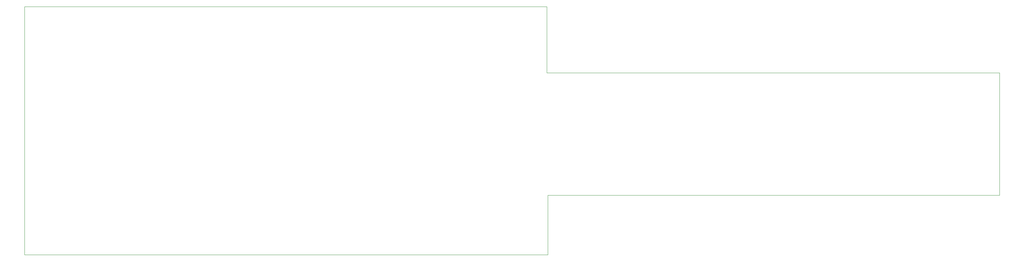
<source format=gbr>
%TF.GenerationSoftware,KiCad,Pcbnew,(5.1.7)-1*%
%TF.CreationDate,2021-02-05T18:36:13-06:00*%
%TF.ProjectId,Power Supply,506f7765-7220-4537-9570-706c792e6b69,rev?*%
%TF.SameCoordinates,Original*%
%TF.FileFunction,Profile,NP*%
%FSLAX46Y46*%
G04 Gerber Fmt 4.6, Leading zero omitted, Abs format (unit mm)*
G04 Created by KiCad (PCBNEW (5.1.7)-1) date 2021-02-05 18:36:13*
%MOMM*%
%LPD*%
G01*
G04 APERTURE LIST*
%TA.AperFunction,Profile*%
%ADD10C,0.100000*%
%TD*%
G04 APERTURE END LIST*
D10*
X151500000Y-66000000D02*
X151500000Y-83000000D01*
X18000000Y-66000000D02*
X151500000Y-66000000D01*
X18000000Y-129500000D02*
X18000000Y-66000000D01*
X151750000Y-129500000D02*
X18000000Y-129500000D01*
X151750000Y-114250000D02*
X151750000Y-129500000D01*
X267250000Y-114250000D02*
X151750000Y-114250000D01*
X267250000Y-83000000D02*
X267250000Y-114250000D01*
X151500000Y-83000000D02*
X267250000Y-83000000D01*
M02*

</source>
